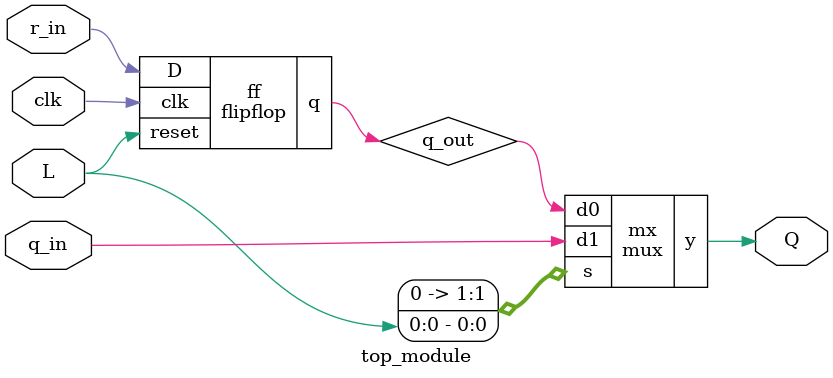
<source format=sv>
module flipflop(
	input clk,
	input reset,
	input D,
	output reg q);
	
	always @(posedge clk or posedge reset) begin
		if (reset) begin
			q <= 0;
		end else begin
			q <= D;
		end
	end
endmodule
module mux(
	input [1:0] s,
	input d0,
	input d1,
	output reg y);
	
	always @(*) begin
		case (s)
			2'b00: y = d0;
			2'b01: y = d1;
			default: y = 0;
		endcase
	end
endmodule
module top_module(
	input clk,
	input L,
	input q_in,
	input r_in,
	output reg Q);
	
	wire q_out;
	
	flipflop ff(
		.clk(clk),
		.reset(L),
		.D(r_in),
		.q(q_out)
	);
	
	mux mx(
		.s(L),
		.d0(q_out),
		.d1(q_in),
		.y(Q)
	);
	
endmodule

</source>
